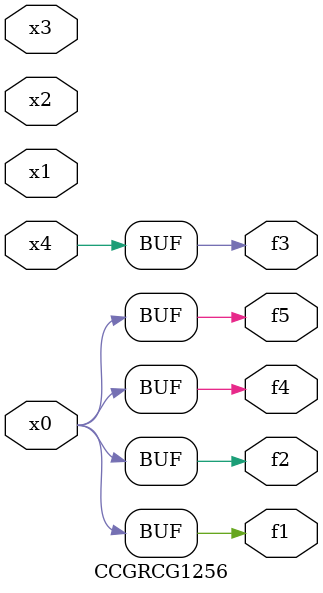
<source format=v>
module CCGRCG1256(
	input x0, x1, x2, x3, x4,
	output f1, f2, f3, f4, f5
);
	assign f1 = x0;
	assign f2 = x0;
	assign f3 = x4;
	assign f4 = x0;
	assign f5 = x0;
endmodule

</source>
